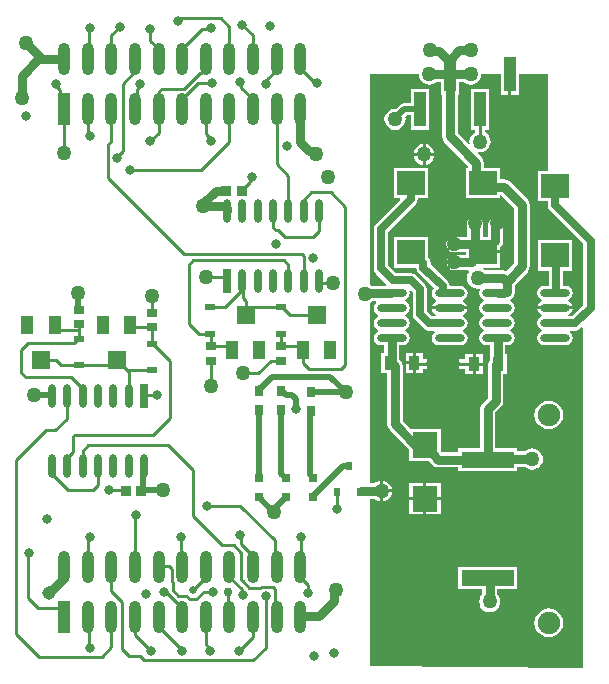
<source format=gtl>
%FSTAX23Y23*%
%MOIN*%
%SFA1B1*%

%IPPOS*%
%ADD14C,0.010000*%
%ADD17R,0.037646X0.047488*%
%ADD18R,0.094488X0.082677*%
%ADD19R,0.039370X0.108268*%
%ADD20O,0.039370X0.108268*%
%ADD21R,0.031496X0.031496*%
%ADD22R,0.177165X0.055118*%
%ADD23R,0.032677X0.024803*%
%ADD24R,0.033465X0.029527*%
%ADD25R,0.062992X0.062992*%
%ADD26R,0.043307X0.062992*%
%ADD27R,0.033465X0.035433*%
%ADD28R,0.027559X0.078740*%
%ADD29O,0.027559X0.078740*%
%ADD30O,0.098425X0.027559*%
%ADD31R,0.039370X0.118110*%
%ADD32R,0.084645X0.086614*%
%ADD33R,0.031496X0.037992*%
%ADD34R,0.023622X0.031496*%
%ADD52C,0.031496*%
%ADD58C,0.030000*%
%ADD59C,0.020000*%
%ADD60C,0.019685*%
%ADD61C,0.029000*%
%ADD62C,0.027559*%
%ADD63C,0.074803*%
%ADD64C,0.050000*%
%ADD65C,0.025000*%
%ADD66C,0.030000*%
%ADD67C,0.045000*%
%LNmain-1*%
%LPD*%
G36*
X02673Y02617D02*
X0264D01*
Y02515*
X02673*
Y02503*
X02674Y02494*
X0268Y02486*
X02791Y02375*
Y02168*
X02755Y02132*
X02745*
X02742Y02137*
X02742Y02137*
X0275Y02142*
X02755Y0215*
X02756Y02155*
X02697*
X02639*
X0264Y0215*
X02645Y02142*
X02653Y02137*
X02653Y02137*
Y02132*
X02653Y02132*
X02645Y02127*
X0264Y02119*
X02638Y0211*
X0264Y021*
X02645Y02092*
X02653Y02087*
X02653Y02087*
Y02082*
X02653Y02082*
X02645Y02077*
X0264Y02069*
X02638Y0206*
X0264Y0205*
X02645Y02042*
X02653Y02037*
X02662Y02035*
X02733*
X02742Y02037*
X0275Y02042*
X02755Y0205*
X02757Y0206*
X02755Y02069*
X0275Y02077*
X02747Y02079*
X02748Y02084*
X02765*
X02774Y02086*
X02782Y02091*
X02786Y02095*
X02791Y02093*
Y01529*
Y01456*
Y01448*
Y0096*
X02783*
X02082Y00965*
Y01524*
X02095*
X02102Y01519*
X0211Y01515*
X02115Y01515*
Y0155*
Y01584*
X0211Y01584*
X02102Y0158*
X02095Y01575*
X02082*
Y02177*
X02089Y02182*
X021*
X02101Y02177*
X021Y02177*
X02095Y02169*
X02093Y0216*
X02095Y0215*
X021Y02142*
X02108Y02137*
X02109Y02137*
Y02132*
X02108Y02132*
X021Y02127*
X02095Y02119*
X02093Y0211*
X02095Y021*
X021Y02092*
X02108Y02087*
X02109Y02087*
Y02082*
X02108Y02082*
X021Y02077*
X02095Y02069*
X02093Y0206*
X02095Y0205*
X021Y02042*
X02108Y02037*
X02118Y02035*
X02127*
Y0201*
X02119*
Y01942*
X02139*
Y01771*
X02141Y01761*
X02147Y01753*
X02211Y01689*
Y0165*
X02275*
X0229Y01635*
X02298Y01629*
X02308Y01628*
X02375*
Y01615*
X02572*
Y0163*
X02597*
X02604Y01625*
X02612Y01621*
X02621Y0162*
X02631Y01621*
X02639Y01625*
X02646Y0163*
X02652Y01638*
X02656Y01646*
X02657Y01655*
X02656Y01664*
X02652Y01673*
X02646Y0168*
X02639Y01686*
X02631Y01689*
X02621Y01691*
X02612Y01689*
X02604Y01686*
X02597Y01681*
X02572*
Y01691*
X02499*
Y01814*
X02518Y01832*
X02523Y0184*
X02525Y0185*
Y01939*
X02537*
Y02006*
X02532*
Y02035*
X0254*
X02549Y02037*
X02557Y02042*
X02562Y0205*
X02564Y0206*
X02562Y02069*
X02557Y02077*
X02549Y02082*
X02549Y02082*
Y02087*
X02549Y02087*
X02557Y02092*
X02562Y021*
X02564Y0211*
X02562Y02119*
X02557Y02127*
X02549Y02132*
X02549Y02132*
Y02137*
X02549Y02137*
X02557Y02142*
X02562Y0215*
X02564Y0216*
X02562Y02169*
X02557Y02177*
X02549Y02182*
X02549Y02182*
Y02187*
X02549Y02187*
X02557Y02192*
X02562Y022*
X02564Y0221*
X02563Y02216*
Y02237*
X02606Y0228*
X02611Y02288*
X02613Y02298*
Y02504*
X02611Y02514*
X02606Y02522*
X02547Y02581*
X02539Y02586*
X02529Y02588*
X02514*
Y02627*
X02461*
Y02643*
X02459Y02652*
X02453Y02661*
X02439Y02675*
X02441Y0268*
X02448Y02679*
X02457Y0268*
X02465Y02684*
X02473Y02689*
X02478Y02697*
X02482Y02705*
X02483Y02714*
X02482Y02724*
X02478Y02732*
X02473Y02739*
X02465Y02745*
X02463Y02746*
Y02752*
X02477*
Y0289*
X02417*
Y02752*
X02432*
Y02746*
X0243Y02745*
X02423Y02739*
X02417Y02732*
X02414Y02724*
X02412Y02714*
X02413Y02707*
X02409Y02705*
X02373Y02741*
Y0287*
X02377*
Y02914*
X02393*
X02399Y02909*
X02408Y02905*
X02417Y02904*
X02426Y02905*
X02434Y02909*
X02442Y02915*
X02447Y02922*
X02451Y0293*
X02452Y0294*
X02517*
Y0287*
X02542*
Y0294*
X02552*
Y0287*
X02577*
Y0294*
X02673*
Y02617*
G37*
G36*
X02244Y0294D02*
X02245Y0293D01*
X02248Y02922*
X02254Y02915*
X02261Y02909*
X0227Y02905*
X02279Y02904*
X02288Y02905*
X02297Y02909*
X02303Y02914*
X02317*
Y0287*
X02322*
Y02731*
X02324Y02721*
X02329Y02713*
X02409Y02632*
X02409Y02627*
X024*
Y02525*
X02514*
Y02537*
X02519Y02537*
X02562Y02494*
Y02309*
X02536Y02282*
X02535Y02283*
X02525Y02285*
X02464*
X02458Y02289*
X02458Y02293*
X02459Y02294*
X02514*
Y02341*
X02457*
Y02351*
X02514*
Y02362*
X02517Y02364*
X02523Y02372*
X02525Y02382*
Y02436*
X02523Y02446*
X02517Y02454*
X02509Y0246*
X02499Y02462*
X02489Y0246*
X02481Y02454*
X02476Y02446*
X02474Y02436*
Y02397*
X02456*
Y02441*
X02454Y02451*
X02449Y02459*
X02441Y02465*
X02431Y02467*
X02421Y02465*
X02413Y02459*
X02407Y02451*
X02405Y02441*
Y02397*
X024*
Y02396*
X02361*
X02351Y02394*
X02343Y02389*
X02337Y02381*
X02335Y02371*
X02337Y02361*
X02343Y02353*
X02351Y02347*
X02361Y02345*
X024*
Y02336*
X02362*
X02352Y02334*
X02344Y02329*
X02338Y02321*
X02336Y02311*
X02338Y02301*
X02344Y02293*
X02347Y02291*
X02349Y02289*
X02352Y02287*
X02362Y02285*
X02409*
X02411Y0228*
X02409Y02277*
X02405Y02269*
X02404Y0226*
X02405Y0225*
X02409Y02242*
X02415Y02235*
X02422Y02229*
X0243Y02225*
X0244Y02224*
X02445Y02225*
X02448Y0222*
X02447Y02219*
X02445Y0221*
X02447Y022*
X02452Y02192*
X0246Y02187*
X0246Y02187*
Y02182*
X0246Y02182*
X02452Y02177*
X02447Y02169*
X02445Y0216*
X02447Y0215*
X02452Y02142*
X0246Y02137*
X0246Y02137*
Y02132*
X0246Y02132*
X02452Y02127*
X02447Y02119*
X02445Y0211*
X02447Y021*
X02452Y02092*
X0246Y02087*
X0246Y02087*
Y02082*
X0246Y02082*
X02452Y02077*
X02447Y02069*
X02445Y0206*
X02447Y0205*
X02452Y02042*
X0246Y02037*
X02469Y02035*
X02481*
Y02006*
X0248*
Y01985*
X02476Y0198*
X02474Y0197*
Y0186*
X02456Y01842*
X0245Y01834*
X02448Y01824*
Y01691*
X02375*
Y01679*
X02319*
X02316Y01682*
Y01757*
X02216*
X0219Y01782*
Y01966*
X02188Y01976*
X02183Y01984*
X02178Y01989*
Y02035*
X02188*
X02198Y02037*
X02206Y02042*
X02211Y0205*
X02213Y0206*
X02211Y02069*
X02206Y02077*
X02198Y02082*
X02197Y02082*
Y02087*
X02198Y02087*
X02206Y02092*
X02211Y021*
X02213Y0211*
X02211Y02119*
X02206Y02127*
X02198Y02132*
X02197Y02132*
Y02137*
X02198Y02137*
X02206Y02142*
X02211Y0215*
X02213Y0216*
X02211Y02169*
X02206Y02177*
X02198Y02182*
X02197Y02182*
Y02187*
X02198Y02187*
X02206Y02192*
X02211Y022*
X02213Y0221*
X02212Y02215*
X02216Y02217*
X02223Y02211*
Y02138*
X02224Y02129*
X0223Y02121*
X0226Y02091*
X02268Y02086*
X02277Y02084*
X02295*
X02297Y02079*
X02293Y02077*
X02288Y02069*
X02286Y0206*
X02288Y0205*
X02293Y02042*
X02301Y02037*
X02311Y02035*
X02381*
X02391Y02037*
X02399Y02042*
X02404Y0205*
X02406Y0206*
X02404Y02069*
X02399Y02077*
X02391Y02082*
X0239Y02082*
Y02087*
X02391Y02087*
X02399Y02092*
X02404Y021*
X02406Y0211*
X02404Y02119*
X02399Y02127*
X02391Y02132*
X0239Y02132*
Y02137*
X02391Y02137*
X02399Y02142*
X02404Y0215*
X02405Y02155*
X02346*
X02287*
X02288Y0215*
X02293Y02142*
X02301Y02137*
X02301Y02137*
X02299Y02132*
X02287*
X02271Y02148*
Y02221*
X02269Y0223*
X02264Y02238*
X02234Y02268*
X02226Y02273*
X02217Y02275*
X02167*
X02141Y02301*
Y02411*
X02234Y02504*
X02239Y02512*
X02241Y02521*
Y02525*
X02274*
Y02627*
X0216*
Y02525*
X0218*
X02182Y0252*
X021Y02438*
X02094Y0243*
X02093Y02421*
Y02291*
X02094Y02282*
X021Y02274*
X02135Y02239*
X02133Y02234*
X02118*
X02115Y02233*
X02088*
X02082Y02238*
Y0294*
X02244*
G37*
%LNmain-2*%
%LPC*%
G36*
X02754Y02387D02*
X0264D01*
Y02284*
X02676*
Y02234*
X02662*
X02653Y02232*
X02645Y02227*
X0264Y02219*
X02638Y0221*
X0264Y022*
X02645Y02192*
X02653Y02187*
X02653Y02187*
Y02182*
X02653Y02182*
X02645Y02177*
X0264Y02169*
X02639Y02165*
X02697*
X02756*
X02755Y02169*
X0275Y02177*
X02742Y02182*
X02742Y02182*
Y02187*
X02742Y02187*
X0275Y02192*
X02755Y022*
X02757Y0221*
X02755Y02219*
X0275Y02227*
X02742Y02232*
X02733Y02234*
X02724*
Y02284*
X02754*
Y02387*
G37*
G36*
X02677Y0185D02*
X02664Y01849D01*
X02653Y01844*
X02643Y01836*
X02635Y01827*
X0263Y01815*
X02629Y01803*
X0263Y0179*
X02635Y01779*
X02643Y01769*
X02653Y01761*
X02664Y01756*
X02677Y01755*
X02689Y01756*
X02701Y01761*
X0271Y01769*
X02718Y01779*
X02723Y0179*
X02724Y01803*
X02723Y01815*
X02718Y01827*
X0271Y01836*
X02701Y01844*
X02689Y01849*
X02677Y0185*
G37*
G36*
X02125Y01584D02*
Y01555D01*
X02154*
X02154Y01559*
X0215Y01567*
X02144Y01574*
X02137Y0158*
X02129Y01584*
X02125Y01584*
G37*
G36*
X02316Y01577D02*
X02268D01*
Y01529*
X02316*
Y01577*
G37*
G36*
X02258D02*
X02211D01*
Y01529*
X02258*
Y01577*
G37*
G36*
X02154Y01545D02*
X02125D01*
Y01515*
X02129Y01515*
X02137Y01519*
X02144Y01525*
X0215Y01532*
X02154Y0154*
X02154Y01545*
G37*
G36*
X02316Y01519D02*
X02268D01*
Y01471*
X02316*
Y01519*
G37*
G36*
X02258D02*
X02211D01*
Y01471*
X02258*
Y01519*
G37*
G36*
X02572Y01297D02*
X02375D01*
Y01222*
X02454*
Y01205*
X02449Y01198*
X02446Y0119*
X02445Y01181*
X02446Y01171*
X02449Y01163*
X02455Y01156*
X02462Y0115*
X02471Y01147*
X0248Y01145*
X02489Y01147*
X02497Y0115*
X02505Y01156*
X0251Y01163*
X02514Y01171*
X02515Y01181*
X02514Y0119*
X0251Y01198*
X02505Y01205*
Y01222*
X02572*
Y01297*
G37*
G36*
X02677Y01158D02*
X02664Y01156D01*
X02653Y01151*
X02643Y01144*
X02635Y01134*
X0263Y01122*
X02629Y0111*
X0263Y01097*
X02635Y01086*
X02643Y01076*
X02653Y01068*
X02664Y01064*
X02677Y01062*
X02689Y01064*
X02701Y01068*
X0271Y01076*
X02718Y01086*
X02723Y01097*
X02724Y0111*
X02723Y01122*
X02718Y01134*
X0271Y01144*
X02701Y01151*
X02689Y01156*
X02677Y01158*
G37*
G36*
X02277Y0289D02*
X02217D01*
Y02842*
X02195*
X02187Y0284*
X02181Y02836*
X02168Y02823*
X02164Y02824*
X02155Y02823*
X02147Y02819*
X0214Y02813*
X02134Y02806*
X0213Y02798*
X02129Y02788*
X0213Y02779*
X02134Y02771*
X0214Y02764*
X02147Y02758*
X02155Y02754*
X02164Y02753*
X02174Y02754*
X02182Y02758*
X02189Y02764*
X02195Y02771*
X02199Y02779*
X022Y02788*
X02199Y02796*
X02204Y02801*
X02217*
Y02752*
X02277*
Y0289*
G37*
G36*
X02266Y02705D02*
Y02676D01*
X02295*
X02295Y0268*
X02291Y02688*
X02285Y02695*
X02278Y02701*
X0227Y02705*
X02266Y02705*
G37*
G36*
X02256D02*
X02251Y02705D01*
X02243Y02701*
X02236Y02695*
X0223Y02688*
X02226Y0268*
X02226Y02676*
X02256*
Y02705*
G37*
G36*
X02295Y02666D02*
X02266D01*
Y02636*
X0227Y02636*
X02278Y0264*
X02285Y02646*
X02291Y02653*
X02295Y02661*
X02295Y02666*
G37*
G36*
X02256D02*
X02226D01*
X02226Y02661*
X0223Y02653*
X02236Y02646*
X02243Y0264*
X02251Y02636*
X02256Y02636*
Y02666*
G37*
G36*
X02274Y02397D02*
X0216D01*
Y02294*
X02235*
X02237Y02285*
X02242Y02277*
X02293Y02226*
X02288Y02219*
X02286Y0221*
X02288Y022*
X02293Y02192*
X02301Y02187*
X02302Y02187*
Y02182*
X02301Y02182*
X02293Y02177*
X02288Y02169*
X02287Y02165*
X02346*
X02405*
X02404Y02169*
X02399Y02177*
X02391Y02182*
X0239Y02182*
Y02187*
X02391Y02187*
X02399Y02192*
X02404Y022*
X02406Y0221*
X02404Y02219*
X02399Y02227*
X02391Y02232*
X02381Y02234*
X02346*
X02345Y0224*
X02342Y02245*
X0234Y02248*
X02283Y02305*
Y02309*
X02281Y02319*
X02276Y02327*
X02274Y02329*
Y02397*
G37*
G36*
X02224Y0201D02*
X022D01*
Y01981*
X02224*
Y0201*
G37*
G36*
X02456Y02006D02*
X02433D01*
Y01977*
X02456*
Y02006*
G37*
G36*
X02258Y0201D02*
X02234D01*
Y01976*
Y01942*
X02258*
Y01957*
X02291*
X02297Y01958*
X02302Y01961*
X02305Y01966*
X02306Y01972*
X02305Y01978*
X02302Y01983*
X02297Y01986*
X02291Y01988*
X02258*
Y0201*
G37*
G36*
X02224Y01971D02*
X022D01*
Y01942*
X02224*
Y01971*
G37*
G36*
X02456Y01967D02*
X02433D01*
Y01939*
X02456*
Y01967*
G37*
G36*
X02423Y02006D02*
X02399D01*
Y01988*
X02358*
X02352Y01986*
X02347Y01983*
X02344Y01978*
X02342Y01972*
X02344Y01966*
X02347Y01961*
X02352Y01958*
X02358Y01957*
X02399*
Y01939*
X02423*
Y01972*
Y02006*
G37*
%LNmain-3*%
%LPD*%
G54D14*
X0114Y02748D02*
Y02821D01*
Y02748D02*
X01149Y02738D01*
Y02733D02*
Y02738D01*
X01521Y03089D02*
X01548D01*
X01455Y03125D02*
X01583D01*
X01548Y03089D02*
X01552Y03093D01*
X01583Y03125D02*
X01612Y03095D01*
X0144Y03115D02*
X01445D01*
X01455Y03125*
X01349Y03049D02*
Y03088D01*
X01314Y029D02*
Y02905D01*
X01349Y03049D02*
X01376Y03023D01*
X01303Y02889D02*
X01314Y029D01*
X01303Y02827D02*
Y02889D01*
X01297Y02821D02*
X01303Y02827D01*
X01376Y02988D02*
Y03023D01*
X01206Y02593D02*
X0146Y0234D01*
X0186Y02239D02*
Y02334D01*
X0146Y0234D02*
X01854D01*
X0186Y02334*
X01858Y01976D02*
X01879Y01955D01*
X01985*
X01999Y01969*
X01659Y01942D02*
X01709D01*
X0175Y01984*
X00941Y01193D02*
Y01342D01*
X00944Y01344*
X01848Y01264D02*
X0185Y01265D01*
Y01396D02*
X01851Y01397D01*
X0185Y01265D02*
Y01396D01*
X01492Y0122D02*
X01492D01*
X01534Y01262*
Y01299*
X01455Y03023D02*
X01521Y03089D01*
X01534Y02738D02*
Y02821D01*
Y02738D02*
X0155Y02722D01*
Y02717D02*
Y02722D01*
X01848Y0296D02*
X01899Y0291D01*
X01848Y0296D02*
Y02988D01*
X01899Y0291D02*
X01905D01*
X01612Y02988D02*
Y03095D01*
X01606Y01214D02*
X01609Y0121D01*
Y01135D02*
X01612Y01131D01*
X01609Y01135D02*
Y0121D01*
X00941Y01193D02*
X00975Y0116D01*
X01046*
X00901Y01651D02*
X01002Y01752D01*
X00901Y01071D02*
Y01651D01*
Y01071D02*
X00976Y00996D01*
X01061Y01259D02*
Y01299D01*
X01424Y01218D02*
Y01244D01*
X0142Y01248D02*
X01424Y01244D01*
X01393Y01211D02*
X01397Y01207D01*
X0142Y01248D02*
Y01289D01*
X01411Y01299D02*
X0142Y01289D01*
X01397Y01207D02*
X01407D01*
X01424Y01218D02*
X01441Y012D01*
X01407Y01207D02*
X01455Y01159D01*
X01654Y01205D02*
X01658Y01201D01*
X01654Y01205D02*
Y01221D01*
X01612Y01262D02*
X01654Y01221D01*
X01441Y012D02*
X01469D01*
X01481Y01188*
X01527Y01213D02*
X01559D01*
X01502Y01188D02*
X01527Y01213D01*
X01645Y01016D02*
X01691Y01062D01*
Y01131*
X01534Y01038D02*
X01549Y01023D01*
Y01017D02*
Y01023D01*
X01534Y01038D02*
Y01131D01*
X01453Y01016D02*
Y0102D01*
X01376Y01097D02*
X01453Y0102D01*
X01718Y01229D02*
X01757D01*
X01765Y01222*
X01612Y01262D02*
Y01299D01*
X01733Y01026D02*
Y01198D01*
X01677Y01227D02*
X01716D01*
X01656Y01248D02*
X01677Y01227D01*
X01652Y01254D02*
X01656Y0125D01*
Y01248D02*
Y0125D01*
X01716Y01227D02*
X01718Y01229D01*
X01765Y01136D02*
Y01222D01*
X0165Y01374D02*
Y01398D01*
X01646Y01402D02*
X0165Y01398D01*
Y01374D02*
X01691Y01333D01*
X01692Y00985D02*
X01733Y01026D01*
X0114Y01131D02*
X01145Y01126D01*
Y0103D02*
Y01126D01*
Y0103D02*
X01149Y01026D01*
X01648Y02914D02*
X01652Y0291D01*
Y02894D02*
Y0291D01*
Y02894D02*
X01691Y02855D01*
X01109Y02156D02*
X01111Y02154D01*
X01758Y0148D02*
X0176D01*
Y01488*
X01298Y01468D02*
X013Y0147D01*
X01298Y013D02*
Y01468D01*
X01297Y01299D02*
X01298Y013D01*
X02047Y01546D02*
X0205Y0155D01*
X01971Y01545D02*
X01972Y01546D01*
X01971Y01491D02*
Y01545D01*
X0197Y0149D02*
X01971Y01491D01*
X0175Y01984D02*
X01785D01*
X0155Y019D02*
Y01982D01*
X01551Y01983*
X0188Y01603D02*
X0189Y01593D01*
X01707Y01593D02*
X0171Y01595D01*
X01538Y015D02*
X01649D01*
X01765Y01385*
Y01304D02*
Y01385D01*
X01707Y01593D02*
X0171Y01591D01*
X0189Y01593D02*
X01893Y01589D01*
X02222Y01976D02*
X02226Y01972D01*
X02291*
X02432Y02371D02*
X02457Y02346D01*
X02422Y02311D02*
X02457Y02346D01*
X02463D02*
X02499Y02382D01*
X02457Y02346D02*
X02463D01*
X02499Y02436D02*
X02503Y02441D01*
X02065Y02207D02*
X02065Y02208D01*
X02152D02*
X02153Y02208D01*
X0195Y02545D02*
X01999Y02495D01*
Y01969D02*
Y02495D01*
X01653Y0255D02*
Y02551D01*
X01682Y0258D02*
Y02592D01*
X01653Y02551D02*
X01682Y0258D01*
Y02592D02*
X01687Y02597D01*
X01766Y02419D02*
X01774D01*
X01758Y02427D02*
X01766Y02419D01*
X01774D02*
X01798Y02395D01*
X0189*
X01758Y02427D02*
Y02471D01*
X01795Y02318D02*
X01809Y02304D01*
X01491Y02318D02*
X01795D01*
X01476Y02303D02*
X01491Y02318D01*
X02447Y02821D02*
X02448Y02821D01*
Y02714D02*
Y02821D01*
X01911Y02249D02*
X01916Y02244D01*
X01958*
X01656Y02239D02*
Y02248D01*
Y02239D02*
Y02248D01*
Y02219D02*
Y02248D01*
X01327Y00985D02*
X01692D01*
X01875Y01211D02*
Y01237D01*
X01848Y01264D02*
X01875Y01237D01*
X01875Y0121D02*
X01875Y01211D01*
X01278Y00998D02*
X01315D01*
X01327Y00985*
X01297Y01131D02*
X01298Y0113D01*
Y01069D02*
X01351Y01016D01*
X01298Y01069D02*
Y0113D01*
X01186Y00996D02*
X01219Y01029D01*
Y01131*
X01253Y01022D02*
X01278Y00998D01*
X01253Y01022D02*
Y0118D01*
X01219Y01215D02*
X01253Y0118D01*
X01219Y01215D02*
Y01299D01*
X01551Y02071D02*
X01551Y02071D01*
X01511Y02071D02*
X01551D01*
X01476Y02106D02*
X01511Y02071D01*
X01476Y02106D02*
Y02303D01*
X01595Y02263D02*
Y02263D01*
X01535Y02263D02*
X01595D01*
X01809Y02249D02*
Y02304D01*
X01595Y02263D02*
X01604Y02255D01*
Y02249D02*
Y02255D01*
X01656Y02194D02*
Y02219D01*
X01667Y02135D02*
Y02184D01*
X01655Y02249D02*
X01656Y02248D01*
Y02194D02*
X01667Y02184D01*
X01518Y02618D02*
X01612Y02712D01*
X0128Y02618D02*
X01518D01*
X01236Y02663D02*
X01256Y02683D01*
Y02907*
X01236Y0266D02*
Y02663D01*
X0106Y02819D02*
X01061Y02821D01*
X01046Y02836D02*
X01061Y02821D01*
X0106Y02675D02*
Y02819D01*
X01328Y01865D02*
X01333Y0187D01*
X01371*
X02474Y01259D02*
X0248Y01253D01*
X02474Y01653D02*
X02476Y01655D01*
X0149Y01465D02*
X01586Y01368D01*
X01408Y01701D02*
X0149Y0162D01*
Y01465D02*
Y0162D01*
X01765Y01304D02*
X0177Y01299D01*
X01586Y01368D02*
X01627D01*
X01652Y01343*
Y01254D02*
Y01343D01*
X01765Y01136D02*
X0177Y01131D01*
X01206Y02593D02*
Y02704D01*
X01219Y02717D02*
Y02821D01*
X01206Y02704D02*
X01219Y02717D01*
X01046Y0116D02*
X01061Y01145D01*
Y01131D02*
Y01145D01*
X01612Y02712D02*
Y02821D01*
X01035Y02899D02*
Y02905D01*
Y02899D02*
X01046Y02887D01*
Y02836D02*
Y02887D01*
X01655Y02219D02*
Y02239D01*
X01549Y02161D02*
X01597D01*
X01655Y02219*
X01376Y02743D02*
Y02821D01*
X01349Y02717D02*
X01376Y02743D01*
Y02821D02*
X01379Y02824D01*
X01455Y02855D02*
X01507Y02908D01*
X01554*
X01379Y02881D02*
X01388Y0289D01*
X0146D02*
X01514Y02944D01*
X01379Y02824D02*
Y02881D01*
X01388Y0289D02*
X0146D01*
X0145Y01397D02*
X01452Y01395D01*
Y01301D02*
X01455Y01299D01*
X01452Y01301D02*
Y01395D01*
X01691Y01299D02*
Y01333D01*
X01219Y03068D02*
X01247Y03096D01*
X01219Y02988D02*
Y03068D01*
X01691Y02988D02*
Y03069D01*
X01655Y03104D02*
X01691Y03069D01*
Y02821D02*
Y02855D01*
X01455Y02988D02*
Y03023D01*
X01739Y02923D02*
X0177Y02954D01*
X01735Y02905D02*
X01739Y02909D01*
X0177Y02954D02*
Y02988D01*
X01739Y02909D02*
Y02923D01*
X01809Y02471D02*
Y026D01*
X0177Y02639D02*
Y02821D01*
Y02639D02*
X01809Y026D01*
X0161Y02032D02*
X01622Y0202D01*
X01551Y02032D02*
X0161D01*
X01551D02*
Y02071D01*
X01785Y02033D02*
X01845D01*
X01858Y0202*
X01785Y02033D02*
Y02073D01*
Y02033D02*
X01785Y02033D01*
X01667Y02135D02*
X01693Y02161D01*
X01785*
X01815Y02135D02*
X01903D01*
X01789Y02161D02*
X01815Y02135D01*
X01785Y02161D02*
X01789D01*
X01858Y01976D02*
Y0202D01*
X01885Y02545D02*
X0195D01*
X0186Y0252D02*
X01885Y02545D01*
X0186Y02471D02*
Y0252D01*
X0191Y0247D02*
X01911Y02471D01*
X0191Y02415D02*
Y0247D01*
X0189Y02395D02*
X0191Y02415D01*
X01144Y02992D02*
Y03089D01*
X01148Y03094*
X0114Y02988D02*
X01144Y02992D01*
X01455Y02821D02*
Y02855D01*
X01534Y02962D02*
Y02988D01*
X01514Y02944D02*
X01516D01*
X01534Y02962*
X01358Y02039D02*
X01415Y01982D01*
X01358Y01737D02*
X01415Y01793D01*
Y01982*
X01142Y01701D02*
X01408D01*
X01032Y01752D02*
X0107Y0179D01*
Y01862*
X01002Y01752D02*
X01032D01*
X0107Y01862D02*
X01072Y01865D01*
X01106Y02056D02*
X0111D01*
X01093Y02043D02*
X01106Y02056D01*
X00918Y02019D02*
X00942Y02043D01*
X01093*
X0111Y02056D02*
X01111Y02057D01*
Y02087D02*
Y02105D01*
Y02057D02*
Y02087D01*
X00918Y01943D02*
Y02019D01*
Y01943D02*
X00933Y01929D01*
X01123Y01865D02*
Y0189D01*
X01085Y01929D02*
X01123Y0189D01*
X00933Y01929D02*
X01085D01*
X0111Y01968D02*
X01217D01*
X0111D02*
D01*
X01034Y01987D02*
X01052Y01968D01*
X01217D02*
X01236Y01987D01*
X01052Y01968D02*
X0111D01*
X00976Y00996D02*
X01186D01*
X01092Y01678D02*
Y01731D01*
X01072Y01658D02*
X01092Y01678D01*
X01021Y01607D02*
X01074Y01554D01*
X01092Y01731D02*
X01098Y01737D01*
X01074Y01554D02*
X01158D01*
X01098Y01737D02*
X01358D01*
X01021Y01607D02*
Y01632D01*
X01072D02*
Y01658D01*
X0114Y01381D02*
X01148Y01389D01*
X0114Y01299D02*
Y01381D01*
X01148Y01389D02*
Y01395D01*
X0103Y02101D02*
X01044Y02087D01*
X01111*
X00984Y01987D02*
X01034D01*
X01236D02*
X01272Y01951D01*
X01277Y01865D02*
Y01946D01*
X01272Y01951D02*
X01277Y01946D01*
X01272Y01951D02*
X01354D01*
X01353Y02145D02*
X01354Y02144D01*
X01353Y02145D02*
Y02199D01*
X01017Y01869D02*
X01021Y01865D01*
X01354Y02039D02*
X01358D01*
X01287Y02095D02*
X01354D01*
X01281Y02101D02*
X01287Y02095D01*
X01354Y02039D02*
Y02095D01*
X01318Y0155D02*
X01322Y01554D01*
X01265Y01552D02*
X01267Y0155D01*
X0121Y01552D02*
X01265D01*
X01174Y0157D02*
Y01632D01*
X01158Y01554D02*
X01174Y0157D01*
X01123Y01632D02*
Y01683D01*
X01142Y01701*
X01481Y01188D02*
X01502D01*
X01455Y01131D02*
Y01159D01*
X01376Y01097D02*
Y01131D01*
Y01299D02*
X01411D01*
X01297Y02948D02*
Y02988D01*
X01256Y02907D02*
X01297Y02948D01*
X02358Y01972D02*
X02435D01*
X02697Y02336D02*
X027Y02333D01*
G54D17*
X02428Y01972D03*
X02508D03*
X02229Y01976D03*
X02148D03*
G54D18*
X02217Y02576D03*
Y02346D03*
X02457Y02576D03*
Y02346D03*
X02697Y02336D03*
Y02566D03*
G54D19*
X01061Y02821D03*
Y01129D03*
G54D20*
X0114Y02821D03*
X01219D03*
X01297D03*
X01376D03*
X01455D03*
X01534D03*
X01612D03*
X01691D03*
X0177D03*
X01848D03*
X01061Y02988D03*
X0114D03*
X01219D03*
X01297D03*
X01376D03*
X01455D03*
X01534D03*
X01612D03*
X01691D03*
X0177D03*
X01848D03*
X0114Y01129D03*
X01219D03*
X01297D03*
X01376D03*
X01455D03*
X01534D03*
X01612D03*
X01691D03*
X0177D03*
X01848D03*
X01061Y01297D03*
X0114D03*
X01219D03*
X01297D03*
X01376D03*
X01455D03*
X01534D03*
X01612D03*
X01691D03*
X0177D03*
X01848D03*
G54D21*
X018Y01528D03*
Y01591D03*
X0189Y01593D03*
Y0153D03*
X0171Y01591D03*
Y01528D03*
G54D22*
X02474Y01653D03*
Y01259D03*
Y01456D03*
G54D23*
X0111Y01968D03*
Y02056D03*
X01354Y02039D03*
Y01951D03*
X01549Y02073D03*
Y02161D03*
X01785D03*
Y02073D03*
G54D24*
X01111Y02105D03*
Y02154D03*
X01354Y02095D03*
Y02144D03*
X01551Y01983D03*
X01551Y02032D03*
X01785Y01984D03*
X01785Y02033D03*
G54D25*
X01236Y01987D03*
X00984D03*
X01903Y02135D03*
X01667D03*
G54D26*
X01191Y02101D03*
X01281D03*
X00939D03*
X0103D03*
X01858Y0202D03*
X01948D03*
X01622D03*
X01712D03*
G54D27*
X01267Y0155D03*
X01318D03*
X01602Y0255D03*
X01653D03*
G54D28*
X01328Y01865D03*
X01604Y02249D03*
G54D29*
X01277Y01865D03*
X01225D03*
X01174D03*
X01123D03*
X01072D03*
X01021D03*
X01328Y01632D03*
X01277D03*
X01225D03*
X01174D03*
X01123D03*
X01072D03*
X01021D03*
X01911Y02481D03*
X0186D03*
X01809D03*
X01758D03*
X01706D03*
X01655D03*
X01604D03*
X01911Y02249D03*
X0186D03*
X01809D03*
X01758D03*
X01706D03*
X01655D03*
G54D30*
X02697Y0206D03*
Y0211D03*
Y0216D03*
Y0221D03*
X02505Y0206D03*
Y0211D03*
Y0216D03*
Y0221D03*
X02346Y0206D03*
Y0211D03*
Y0216D03*
Y0221D03*
X02153Y0206D03*
Y0211D03*
Y0216D03*
Y0221D03*
G54D31*
X02547Y0294D03*
X02447Y02821D03*
X02347Y0294D03*
X02247Y02821D03*
G54D32*
X02263Y01524D03*
Y01703D03*
G54D33*
X01885Y0188D03*
Y01817D03*
X01785Y01882D03*
Y0182D03*
X0171Y01882D03*
Y0182D03*
G54D34*
X01972Y01546D03*
X02047D03*
X0201Y01633D03*
G54D52*
X0226Y01271D03*
Y0131D03*
Y0135D03*
Y01114D03*
Y01074D03*
Y01035D03*
X0218Y01114D03*
X02221D03*
X0218Y01074D03*
X02221D03*
X0214Y01114D03*
Y01074D03*
Y01035D03*
X02221D03*
X0218D03*
Y01271D03*
X02221D03*
X0214D03*
Y0131D03*
Y0135D03*
X01149Y02733D03*
X01552Y03093D03*
X01349Y03088D03*
X01314Y02905D03*
X01851Y01397D03*
X00944Y01344D03*
X0155Y02717D03*
X01905Y0291D03*
X0144Y03115D03*
X01767Y02372D03*
X00934Y02799D03*
X01393Y01211D03*
X01658Y01201D03*
X01559Y01213D03*
X01645Y01016D03*
X01549Y01017D03*
X01453Y01016D03*
X01733Y01198D03*
X01646Y01402D03*
X01149Y01026D03*
X01648Y02914D03*
X013Y0147D03*
X0197Y0149D03*
X02221Y0131D03*
X0218D03*
X02221Y0135D03*
X0218D03*
X01835Y01824D03*
X01687Y02597D03*
X01892Y02326D03*
X01875Y0121D03*
X01351Y01016D03*
X0128Y02618D03*
X01236Y0266D03*
X01371Y0187D03*
X01538Y015D03*
X01005Y01455D03*
X0196Y0101D03*
X01895Y01D03*
X01035Y02905D03*
X01349Y02717D03*
X01554Y02908D03*
X01335Y01205D03*
X0145Y01397D03*
X01247Y03096D03*
X01749Y031D03*
X01655Y03104D03*
X01735Y02905D03*
X01805Y027D03*
X01148Y03094D03*
X01148Y01395D03*
X0121Y01552D03*
G54D58*
X02153Y01979D02*
Y02058D01*
X0106Y01259D02*
X01061D01*
X01011Y0121D02*
X0106Y01259D01*
X01011Y01208D02*
Y0121D01*
X02379Y03019D02*
X02417D01*
X02347Y02987D02*
X02379Y03019D01*
X02347Y02979D02*
Y02987D01*
X0231Y03016D02*
X02347Y02979D01*
X0228Y0302D02*
X02283Y03016D01*
X0231*
X02279Y0294D02*
X02347D01*
X02417*
X0205Y0155D02*
X0212D01*
X02507Y01978D02*
X02507Y01977D01*
X02501Y01971D02*
X02507Y01977D01*
X02239Y01697D02*
X02269D01*
X00985Y02988D02*
X01061D01*
X00975D02*
X00985D01*
X02431Y02372D02*
Y02441D01*
X02361Y02371D02*
X02432D01*
X02362Y02311D02*
X02422D01*
X02499Y02382D02*
Y02436D01*
X0244Y0226D02*
X02525D01*
X02537Y02247*
X02065Y02208D02*
X02152D01*
X00921Y02859D02*
Y02934D01*
X00975Y02988*
X0098Y02994D02*
Y02996D01*
Y02994D02*
X00985Y02988D01*
X00933Y03043D02*
X0098Y02996D01*
X02347Y02731D02*
X02435Y02643D01*
X02347Y02731D02*
Y0294D01*
X02435Y02598D02*
Y02643D01*
Y02598D02*
X0247Y02563D01*
X02529D02*
X02588Y02504D01*
X0247Y02563D02*
X02529D01*
X02588Y02298D02*
Y02504D01*
X01848Y02712D02*
Y02821D01*
Y02712D02*
X01878Y02682D01*
X01894D02*
X01902Y02674D01*
X01878Y02682D02*
X01894D01*
X01524Y02509D02*
X01566Y0255D01*
X01602*
X01524Y025D02*
Y02509D01*
Y025D02*
X01596D01*
X01604Y02481D02*
Y02491D01*
X01596Y025D02*
X01604Y02491D01*
X0248Y01181D02*
Y01253D01*
X02476Y01655D02*
X02621D01*
X02269Y01697D02*
X02291Y01675D01*
X02308Y01653D02*
X02474D01*
X02291Y01671D02*
X02308Y01653D01*
X02291Y01671D02*
Y01675D01*
X02165Y01771D02*
X02239Y01697D01*
X02153Y01979D02*
X02165Y01966D01*
Y01771D02*
Y01966D01*
X025Y0185D02*
Y0197D01*
X02501Y01972*
X02474Y01824D02*
X025Y0185D01*
X02474Y01653D02*
Y01824D01*
X02347Y0294D02*
Y02979D01*
X02537Y02247D02*
X02588Y02298D01*
X02507Y01978D02*
Y02058D01*
X02537Y02216D02*
Y02247D01*
X02507Y02208D02*
X02529D01*
X02537Y02216*
G54D59*
X01755Y0193D02*
X01949D01*
X0172Y01896D02*
D01*
X0171Y01882D02*
X01715Y01887D01*
Y01891D02*
X0172Y01896D01*
X01755Y0193D01*
X01715Y01887D02*
Y01891D01*
X01949Y0193D02*
X02Y0188D01*
X01785Y01606D02*
Y0181D01*
Y01606D02*
X018Y01591D01*
X01109Y02156D02*
Y0221D01*
X0171Y01528D02*
X01758Y0148D01*
X01992Y01633D02*
X0201D01*
X01895Y01536D02*
X01992Y01633D01*
X0189Y0153D02*
X01895Y01536D01*
X0188Y0188D02*
X02D01*
X01834Y01825D02*
X01835Y01824D01*
X01834Y01825D02*
Y01855D01*
X01821Y01868D02*
X01834Y01855D01*
X0179Y01878D02*
X018Y01868D01*
X0179Y01878D02*
Y01882D01*
X018Y01868D02*
X01821D01*
X0176Y01488D02*
X018Y01528D01*
X0188Y01603D02*
Y01817D01*
X0171Y01595D02*
Y0182D01*
X00961Y01869D02*
X01017D01*
X01322Y01554D02*
X01325Y01556D01*
X01322Y01554D02*
X01392D01*
X01325Y01556D02*
Y01569D01*
X01325Y01569*
X01326Y016D02*
Y01631D01*
X01328Y01632*
X01325Y01569D02*
Y01598D01*
X01326Y016*
G54D60*
X02195Y02821D02*
X02247D01*
X02164Y02791D02*
X02195Y02821D01*
X02164Y02788D02*
Y02791D01*
G54D61*
X01962Y01214D02*
X01966Y01218D01*
X01962Y01182D02*
Y01214D01*
X01848Y01131D02*
X01912D01*
X01962Y01182*
G54D62*
X027Y02108D02*
X02765D01*
X02817Y0216D02*
Y02383D01*
X02765Y02108D02*
X02817Y0216D01*
X02323Y02216D02*
X02331Y02208D01*
X02259Y02294D02*
X02323Y02231D01*
X02259Y02294D02*
Y02309D01*
X02331Y02208D02*
X02345D01*
X02323Y02216D02*
Y02231D01*
X02697Y02503D02*
X02817Y02383D01*
X02697Y02503D02*
Y02566D01*
X02247Y02138D02*
X02277Y02108D01*
X02345*
X02247Y02138D02*
Y02221D01*
X02217Y02251D02*
X02247Y02221D01*
X02157Y02251D02*
X02217D01*
X02117Y02291D02*
X02157Y02251D01*
X02117Y02291D02*
Y02421D01*
X02217Y02521D02*
Y02576D01*
X02117Y02421D02*
X02217Y02521D01*
X02223Y02346D02*
X02259Y02309D01*
X02217Y02346D02*
X02223D01*
X027Y02208D02*
Y02333D01*
G54D63*
X02677Y0111D03*
Y01803D03*
G54D64*
X01659Y01942D03*
X01942Y02597D03*
X02417Y03019D03*
X0228Y0302D03*
X02417Y0294D03*
X02279D03*
X0176Y0148D03*
X0212Y0155D03*
X0268Y014D03*
X0262D03*
X0268Y0146D03*
X0262D03*
X0155Y019D03*
X02Y0188D03*
X02361Y02371D03*
X0244Y0226D03*
X02065Y02207D03*
X00921Y02859D03*
X00933Y03043D03*
X02164Y02788D03*
X02448Y02714D03*
X02261Y02671D03*
X01958Y02244D03*
X02503Y02441D03*
X02362Y02311D03*
X02431Y02441D03*
X01535Y02263D03*
X0106Y02675D03*
X01966Y01218D03*
X01902Y02674D03*
X01524Y025D03*
X0248Y01181D03*
X02621Y01655D03*
X01109Y0221D03*
X01353Y02199D03*
X00961Y01869D03*
X01392Y01554D03*
X02633Y02774D03*
X0257D03*
Y02833D03*
X02633D03*
X02291Y01972D03*
X02606Y02071D03*
Y0213D03*
X02625Y02248D03*
X02606Y02189D03*
X02358Y01972D03*
G54D65*
X01492Y0122D03*
G54D66*
X01606Y01214D03*
G54D67*
X01011Y01208D03*
M02*
</source>
